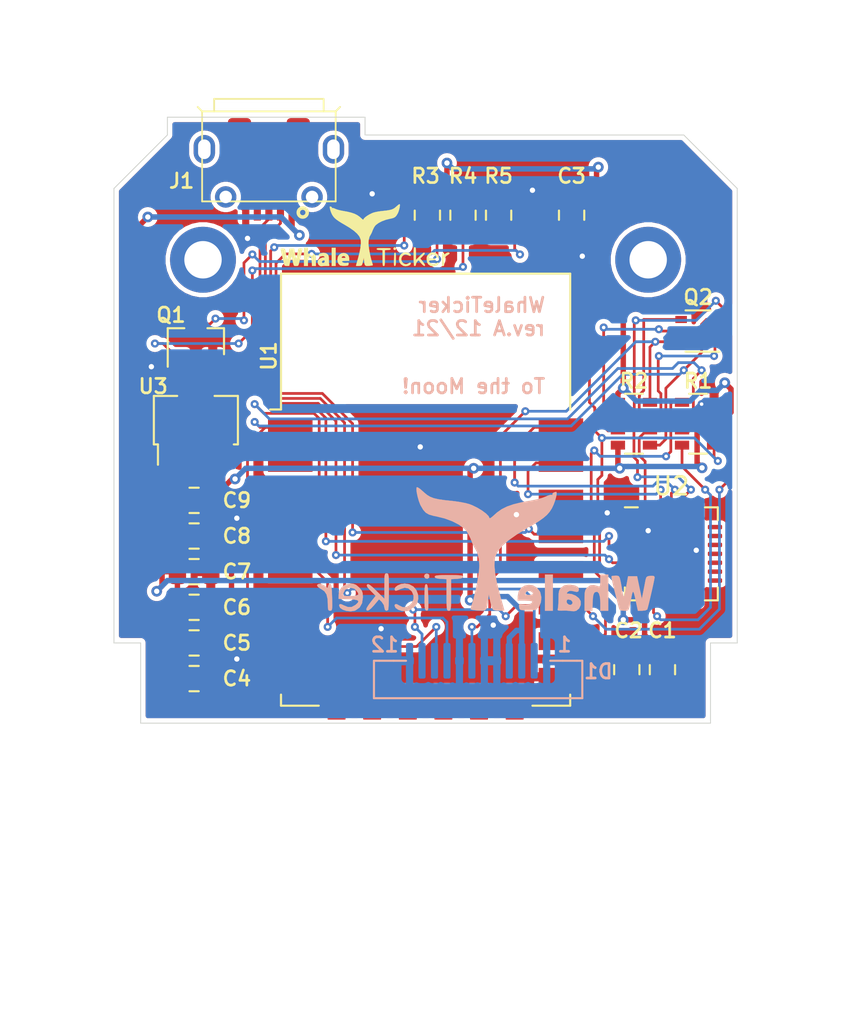
<source format=kicad_pcb>
(kicad_pcb (version 20171130) (host pcbnew "(5.1.9-0-10_14)")
  (layers (0 F.Cu signal) (31 B.Cu signal) (34 B.Paste user) (35 F.Paste user) (36 B.SilkS user) (37 F.SilkS user) (38 B.Mask user) (39 F.Mask user) (44 Edge.Cuts user))
  (net 0 "")
  (net 1 GND)
  (net 2 /VDD)
  (net 3 VBUS)
  (net 4 /~Reset)
  (net 5 +3V3)
  (net 6 /~TFT_RES)
  (net 7 /TFT_SDA)
  (net 8 /TFT_SCL)
  (net 9 /GPIO0)
  (net 10 /LEDK)
  (net 11 /D-)
  (net 12 /D+)
  (net 13 /RTS)
  (net 14 /DTR)
  (net 15 "Net-(R1-Pad5)")
  (net 16 "Net-(R1-Pad6)")
  (net 17 /TFT_BL)
  (net 18 /TxD)
  (net 19 "Net-(Q1-Pad3)")
  (net 20 "Net-(Q1-Pad1)")
  (net 21 "Net-(Q2-Pad2)")
  (net 22 "Net-(Q2-Pad5)")
  (net 23 /RxD)
  (net 24 "Net-(R1-Pad8)")
  (module Logo:LogoSmall (layer F.Cu) (at 159.1 61.6)
    (fp_text reference G*** hide)
    (fp_text value LOGO hide)
  )
  (module Logo:Logo (layer B.Cu) (at 165.9 79.2 180)
    (fp_text reference G*** hide)
    (fp_text value LOGO hide)
  )
  (module Package_DFN_QFN:QFN-28-1EP_5x5mm_P0.5mm_EP3.35x3.35mm (layer F.Cu) (at 176.3 79.5)
    (fp_text reference U2 (at 0 -3.8) (layer F.SilkS))
    (fp_text value CP2102-GMR_NRND)
    (pad 29 smd rect (at 0 0) (size 3.35 3.35) (layers F.Cu F.Mask) (net 1 GND))
    (pad 28 smd roundrect (at -1.5 -2.45) (size 0.25 0.8) (layers F.Cu F.Paste F.Mask) (net 14 /DTR))
    (pad 27 smd roundrect (at -1 -2.45) (size 0.25 0.8) (layers F.Cu F.Paste F.Mask))
    (pad 26 smd roundrect (at -0.5 -2.45) (size 0.25 0.8) (layers F.Cu F.Paste F.Mask) (net 18 /TxD))
    (pad 25 smd roundrect (at 0 -2.45) (size 0.25 0.8) (layers F.Cu F.Paste F.Mask) (net 23 /RxD))
    (pad 24 smd roundrect (at 0.5 -2.45) (size 0.25 0.8) (layers F.Cu F.Paste F.Mask) (net 13 /RTS))
    (pad 23 smd roundrect (at 1 -2.45) (size 0.25 0.8) (layers F.Cu F.Paste F.Mask))
    (pad 22 smd roundrect (at 1.5 -2.45) (size 0.25 0.8) (layers F.Cu F.Paste F.Mask))
    (pad 21 smd roundrect (at 2.45 -1.5) (size 0.8 0.25) (layers F.Cu F.Paste F.Mask))
    (pad 20 smd roundrect (at 2.45 -1) (size 0.8 0.25) (layers F.Cu F.Paste F.Mask))
    (pad 19 smd roundrect (at 2.45 -0.5) (size 0.8 0.25) (layers F.Cu F.Paste F.Mask))
    (pad 18 smd roundrect (at 2.45 0) (size 0.8 0.25) (layers F.Cu F.Paste F.Mask))
    (pad 17 smd roundrect (at 2.45 0.5) (size 0.8 0.25) (layers F.Cu F.Paste F.Mask))
    (pad 16 smd roundrect (at 2.45 1) (size 0.8 0.25) (layers F.Cu F.Paste F.Mask))
    (pad 15 smd roundrect (at 2.45 1.5) (size 0.8 0.25) (layers F.Cu F.Paste F.Mask))
    (pad 14 smd roundrect (at 1.5 2.45) (size 0.25 0.8) (layers F.Cu F.Paste F.Mask))
    (pad 13 smd roundrect (at 1 2.45) (size 0.25 0.8) (layers F.Cu F.Paste F.Mask))
    (pad 12 smd roundrect (at 0.5 2.45) (size 0.25 0.8) (layers F.Cu F.Paste F.Mask))
    (pad 11 smd roundrect (at 0 2.45) (size 0.25 0.8) (layers F.Cu F.Paste F.Mask))
    (pad 10 smd roundrect (at -0.5 2.45) (size 0.25 0.8) (layers F.Cu F.Paste F.Mask))
    (pad 9 smd roundrect (at -1 2.45) (size 0.25 0.8) (layers F.Cu F.Paste F.Mask) (net 24 "Net-(R1-Pad8)"))
    (pad 8 smd roundrect (at -1.5 2.45) (size 0.25 0.8) (layers F.Cu F.Paste F.Mask) (net 3 VBUS))
    (pad 7 smd roundrect (at -2.45 1.5) (size 0.8 0.25) (layers F.Cu F.Paste F.Mask) (net 3 VBUS))
    (pad 6 smd roundrect (at -2.45 1) (size 0.8 0.25) (layers F.Cu F.Paste F.Mask) (net 2 /VDD))
    (pad 5 smd roundrect (at -2.45 0.5) (size 0.8 0.25) (layers F.Cu F.Paste F.Mask) (net 11 /D-))
    (pad 4 smd roundrect (at -2.45 0) (size 0.8 0.25) (layers F.Cu F.Paste F.Mask) (net 12 /D+))
    (pad 3 smd roundrect (at -2.45 -0.5) (size 0.8 0.25) (layers F.Cu F.Paste F.Mask) (net 1 GND))
    (pad 2 smd roundrect (at -2.45 -1) (size 0.8 0.25) (layers F.Cu F.Paste F.Mask))
    (pad 1 smd roundrect (at -2.45 -1.5) (size 0.8 0.25) (layers F.Cu F.Paste F.Mask))
  )
  (module Package_TO_SOT_SMD:SOT-363_SC-70-6 (layer F.Cu) (at 177.8 67 180)
    (fp_text reference Q2 (at 0 1.9) (layer F.SilkS) (effects (font (size 0.8128 0.8128) (thickness 0.1524))))
    (fp_text value PMBT2222AYS)
    (pad 6 smd rect (at 0.95 -0.65 180) (size 0.65 0.4) (layers F.Cu F.Paste F.Mask) (net 9 /GPIO0))
    (pad 4 smd rect (at 0.95 0.65 180) (size 0.65 0.4) (layers F.Cu F.Paste F.Mask) (net 13 /RTS))
    (pad 2 smd rect (at -0.95 0 180) (size 0.65 0.4) (layers F.Cu F.Paste F.Mask) (net 21 "Net-(Q2-Pad2)"))
    (pad 5 smd rect (at 0.95 0 180) (size 0.65 0.4) (layers F.Cu F.Paste F.Mask) (net 22 "Net-(Q2-Pad5)"))
    (pad 3 smd rect (at -0.95 0.65 180) (size 0.65 0.4) (layers F.Cu F.Paste F.Mask) (net 4 /~Reset))
    (pad 1 smd rect (at -0.95 -0.65 180) (size 0.65 0.4) (layers F.Cu F.Paste F.Mask) (net 14 /DTR))
  )
  (module barn53-kicad:ESP-12E (layer F.Cu) (at 162.5 75.9)
    (fp_text reference U1 (at -8.8 -7.5 270) (layer F.SilkS) (effects (font (size 0.8128 0.8128) (thickness 0.1524))))
    (fp_text value ESP-12E)
    (pad 22 smd rect (at 7.6 -3.5) (size 2.5 1) (layers F.Cu F.Paste F.Mask) (net 23 /RxD))
    (pad 21 smd rect (at 7.6 -1.5) (size 2.5 1) (layers F.Cu F.Paste F.Mask) (net 18 /TxD))
    (pad 20 smd rect (at 7.6 0.5) (size 2.5 1) (layers F.Cu F.Paste F.Mask))
    (pad 19 smd rect (at 7.6 2.5) (size 2.5 1) (layers F.Cu F.Paste F.Mask) (net 17 /TFT_BL))
    (pad 18 smd rect (at 7.6 4.5) (size 2.5 1) (layers F.Cu F.Paste F.Mask) (net 9 /GPIO0))
    (pad 17 smd rect (at 7.6 6.5) (size 2.5 1) (layers F.Cu F.Paste F.Mask) (net 6 /~TFT_RES))
    (pad 16 smd rect (at 7.6 8.5) (size 2.5 1) (layers F.Cu F.Paste F.Mask) (net 15 "Net-(R1-Pad5)"))
    (pad 15 smd rect (at 7.6 10.5) (size 2.5 1) (layers F.Cu F.Paste F.Mask) (net 1 GND))
    (pad 14 smd rect (at 5 12) (size 1 1.8) (layers F.Cu F.Paste F.Mask))
    (pad 13 smd rect (at 3 12) (size 1 1.8) (layers F.Cu F.Paste F.Mask))
    (pad 12 smd rect (at 1 12) (size 1 1.8) (layers F.Cu F.Paste F.Mask))
    (pad 11 smd rect (at -1 12) (size 1 1.8) (layers F.Cu F.Paste F.Mask))
    (pad 10 smd rect (at -3 12) (size 1 1.8) (layers F.Cu F.Paste F.Mask))
    (pad 9 smd rect (at -5 12) (size 1 1.8) (layers F.Cu F.Paste F.Mask))
    (pad 8 smd rect (at -7.6 10.5) (size 2.5 1) (layers F.Cu F.Paste F.Mask) (net 5 +3V3))
    (pad 7 smd rect (at -7.6 8.5) (size 2.5 1) (layers F.Cu F.Paste F.Mask) (net 7 /TFT_SDA))
    (pad 6 smd rect (at -7.6 6.5) (size 2.5 1) (layers F.Cu F.Paste F.Mask))
    (pad 5 smd rect (at -7.6 4.5) (size 2.5 1) (layers F.Cu F.Paste F.Mask) (net 8 /TFT_SCL))
    (pad 4 smd rect (at -7.6 2.5) (size 2.5 1) (layers F.Cu F.Paste F.Mask))
    (pad 3 smd rect (at -7.6 0.5) (size 2.5 1) (layers F.Cu F.Paste F.Mask) (net 16 "Net-(R1-Pad6)"))
    (pad 2 smd rect (at -7.6 -1.5) (size 2.5 1) (layers F.Cu F.Paste F.Mask))
    (pad 1 smd rect (at -7.6 -3.5) (size 2.5 1) (layers F.Cu F.Paste F.Mask) (net 4 /~Reset))
  )
  (module hole (layer F.Cu) (at 175 63)
    (fp_text reference REF** hide)
    (fp_text value hole hide)
    (pad "" thru_hole circle (at 0 0) (size 3.7 3.7) (drill 2.1) (layers *.Cu *.Mask))
  )
  (module hole (layer F.Cu) (at 150 63)
    (fp_text reference REF** hide)
    (fp_text value hole hide)
    (pad "" thru_hole circle (at 0 0) (size 3.7 3.7) (drill 2.1) (layers *.Cu *.Mask))
  )
  (module barn53-kicad:IPSDisplay_240x240_FPC_80deg (layer F.Cu) (at 162.5 85.5)
    (fp_text reference D1 (at 9.7 0.6) (layer B.SilkS) (effects (font (size 0.8128 0.8128) (thickness 0.1524)) (justify mirror)))
    (fp_text value IPSDisplay_240x240)
    (fp_text user 12 (at -2.3 -0.9) (layer B.SilkS) (effects (font (size 0.8128 0.8128) (thickness 0.1524)) (justify mirror)))
    (fp_text user 1 (at 7.8 -0.9) (layer B.SilkS) (effects (font (size 0.8128 0.8128) (thickness 0.1524)) (justify mirror)))
    (pad 12 smd roundrect (at -0.9 0) (size 0.4 2) (layers B.Cu B.Paste B.Mask) (net 1 GND))
    (pad 11 smd roundrect (at -0.2 0) (size 0.4 2) (layers B.Cu B.Paste B.Mask) (net 6 /~TFT_RES))
    (pad 10 smd roundrect (at 0.5 0) (size 0.4 2) (layers B.Cu B.Paste B.Mask) (net 7 /TFT_SDA))
    (pad 9 smd roundrect (at 1.2 0) (size 0.4 2) (layers B.Cu B.Paste B.Mask) (net 8 /TFT_SCL))
    (pad 8 smd roundrect (at 1.9 0) (size 0.4 2) (layers B.Cu B.Paste B.Mask) (net 1 GND))
    (pad 7 smd roundrect (at 2.6 0) (size 0.4 2) (layers B.Cu B.Paste B.Mask) (net 9 /GPIO0))
    (pad 6 smd roundrect (at 3.3 0) (size 0.4 2) (layers B.Cu B.Paste B.Mask) (net 1 GND))
    (pad 5 smd roundrect (at 4 0) (size 0.4 2) (layers B.Cu B.Paste B.Mask) (net 1 GND))
    (pad 4 smd roundrect (at 4.7 0) (size 0.4 2) (layers B.Cu B.Paste B.Mask) (net 5 +3V3))
    (pad 3 smd roundrect (at 5.4 0) (size 0.4 2) (layers B.Cu B.Paste B.Mask) (net 5 +3V3))
    (pad 2 smd roundrect (at 6.1 0) (size 0.4 2) (layers B.Cu B.Paste B.Mask) (net 10 /LEDK))
    (pad 1 smd roundrect (at 6.8 0) (size 0.4 2) (layers B.Cu B.Paste B.Mask) (net 1 GND))
  )
  (module Package_TO_SOT_SMD:SOT-89-3 (layer F.Cu) (at 149.6 72.3 90)
    (fp_text reference U3 (at 2.2 -2.4) (layer F.SilkS) (effects (font (size 0.8128 0.8128) (thickness 0.1524))))
    (fp_text value BL8565)
    (pad 2 smd custom (at -1.5625 0 90) (size 1.475 0.9) (layers F.Cu F.Paste F.Mask) (net 3 VBUS) (options (clearance outline) (anchor rect)) (primitives (gr_poly (pts (xy 0.7375 -0.8665) (xy 3.8625 -0.8665) (xy 3.8625 0.8665) (xy 0.7375 0.8665)) (width 0))))
    (pad 3 smd rect (at -1.65 1.5 90) (size 1.3 0.9) (layers F.Cu F.Paste F.Mask) (net 5 +3V3))
    (pad 1 smd rect (at -1.65 -1.5 90) (size 1.3 0.9) (layers F.Cu F.Paste F.Mask) (net 1 GND))
  )
  (module Package_TO_SOT_SMD:SOT-23 (layer F.Cu) (at 149.6 67.6 90)
    (fp_text reference Q1 (at 1.5 -1.4 180) (layer F.SilkS) (effects (font (size 0.8128 0.8128) (thickness 0.1524))))
    (fp_text value S8050_J3Y)
    (pad 3 smd rect (at 1 0 90) (size 0.9 0.8) (layers F.Cu F.Paste F.Mask) (net 19 "Net-(Q1-Pad3)"))
    (pad 2 smd rect (at -1 0.95 90) (size 0.9 0.8) (layers F.Cu F.Paste F.Mask) (net 1 GND))
    (pad 1 smd rect (at -1 -0.95 90) (size 0.9 0.8) (layers F.Cu F.Paste F.Mask) (net 20 "Net-(Q1-Pad1)"))
  )
  (module Resistor_SMD:R_0805_2012Metric (layer F.Cu) (at 166.6 60.5 90)
    (fp_text reference R5 (at 2.2 0 180) (layer F.SilkS) (effects (font (size 0.8128 0.8128) (thickness 0.1524))))
    (fp_text value 1k)
    (pad 2 smd roundrect (at 0.9375 0 90) (size 0.975 1.4) (layers F.Cu F.Paste F.Mask) (net 17 /TFT_BL))
    (pad 1 smd roundrect (at -0.9375 0 90) (size 0.975 1.4) (layers F.Cu F.Paste F.Mask) (net 20 "Net-(Q1-Pad1)"))
  )
  (module Resistor_SMD:R_0805_2012Metric (layer F.Cu) (at 164.6 60.5 90)
    (fp_text reference R4 (at 2.2 0 180) (layer F.SilkS) (effects (font (size 0.8128 0.8128) (thickness 0.1524))))
    (fp_text value 10k)
    (pad 2 smd roundrect (at 0.9375 0 90) (size 0.975 1.4) (layers F.Cu F.Paste F.Mask) (net 5 +3V3))
    (pad 1 smd roundrect (at -0.9375 0 90) (size 0.975 1.4) (layers F.Cu F.Paste F.Mask) (net 20 "Net-(Q1-Pad1)"))
  )
  (module Resistor_SMD:R_0805_2012Metric (layer F.Cu) (at 162.6 60.5 270)
    (fp_text reference R3 (at -2.2 0.1 180) (layer F.SilkS) (effects (font (size 0.8128 0.8128) (thickness 0.1524))))
    (fp_text value 10)
    (pad 2 smd roundrect (at 0.9375 0 270) (size 0.975 1.4) (layers F.Cu F.Paste F.Mask) (net 19 "Net-(Q1-Pad3)"))
    (pad 1 smd roundrect (at -0.9375 0 270) (size 0.975 1.4) (layers F.Cu F.Paste F.Mask) (net 10 /LEDK))
  )
  (module Resistor_SMD:R_Array_Convex_4x0603 (layer F.Cu) (at 174.2 72.2 180)
    (fp_text reference R2 (at 0 2.4) (layer F.SilkS) (effects (font (size 0.8128 0.8128) (thickness 0.1524))))
    (fp_text value 10k)
    (pad 5 smd rect (at 0.9 1.2 180) (size 0.8 0.5) (layers F.Cu F.Paste F.Mask) (net 5 +3V3))
    (pad 6 smd rect (at 0.9 0.4 180) (size 0.8 0.4) (layers F.Cu F.Paste F.Mask) (net 21 "Net-(Q2-Pad2)"))
    (pad 8 smd rect (at 0.9 -1.2 180) (size 0.8 0.5) (layers F.Cu F.Paste F.Mask) (net 5 +3V3))
    (pad 7 smd rect (at 0.9 -0.4 180) (size 0.8 0.4) (layers F.Cu F.Paste F.Mask) (net 22 "Net-(Q2-Pad5)"))
    (pad 4 smd rect (at -0.9 1.2 180) (size 0.8 0.5) (layers F.Cu F.Paste F.Mask) (net 9 /GPIO0))
    (pad 2 smd rect (at -0.9 -0.4 180) (size 0.8 0.4) (layers F.Cu F.Paste F.Mask) (net 14 /DTR))
    (pad 3 smd rect (at -0.9 0.4 180) (size 0.8 0.4) (layers F.Cu F.Paste F.Mask) (net 13 /RTS))
    (pad 1 smd rect (at -0.9 -1.2 180) (size 0.8 0.5) (layers F.Cu F.Paste F.Mask) (net 4 /~Reset))
  )
  (module Resistor_SMD:R_Array_Convex_4x0603 (layer F.Cu) (at 177.8 72.2 180)
    (fp_text reference R1 (at 0 2.4 180) (layer F.SilkS) (effects (font (size 0.8128 0.8128) (thickness 0.1524))))
    (fp_text value 10k)
    (pad 5 smd rect (at 0.9 1.2 180) (size 0.8 0.5) (layers F.Cu F.Paste F.Mask) (net 15 "Net-(R1-Pad5)"))
    (pad 6 smd rect (at 0.9 0.4 180) (size 0.8 0.4) (layers F.Cu F.Paste F.Mask) (net 16 "Net-(R1-Pad6)"))
    (pad 8 smd rect (at 0.9 -1.2 180) (size 0.8 0.5) (layers F.Cu F.Paste F.Mask) (net 24 "Net-(R1-Pad8)"))
    (pad 7 smd rect (at 0.9 -0.4 180) (size 0.8 0.4) (layers F.Cu F.Paste F.Mask) (net 5 +3V3))
    (pad 4 smd rect (at -0.9 1.2 180) (size 0.8 0.5) (layers F.Cu F.Paste F.Mask) (net 1 GND))
    (pad 2 smd rect (at -0.9 -0.4 180) (size 0.8 0.4) (layers F.Cu F.Paste F.Mask) (net 6 /~TFT_RES))
    (pad 3 smd rect (at -0.9 0.4 180) (size 0.8 0.4) (layers F.Cu F.Paste F.Mask) (net 5 +3V3))
    (pad 1 smd rect (at -0.9 -1.2 180) (size 0.8 0.5) (layers F.Cu F.Paste F.Mask) (net 2 /VDD))
  )
  (module barn53-kicad:MicroUSB_through_hole_fixing (layer F.Cu) (at 153.7 60 180)
    (fp_text reference J1 (at 4.9 1.425 180) (layer F.SilkS) (effects (font (size 0.8128 0.8128) (thickness 0.1524))))
    (fp_text value USB_B_Micro)
    (pad "" thru_hole oval (at 3.625 3.2) (size 1.2 1.6) (drill oval 0.7 1.1) (layers *.Cu *.Mask))
    (pad "" thru_hole oval (at -3.625 3.2) (size 1.2 1.6) (drill oval 0.7 1.1) (layers *.Cu *.Mask))
    (pad "" thru_hole circle (at 2.425 0.525) (size 1.2 1.2) (drill 0.7) (layers *.Cu *.Mask))
    (pad "" thru_hole circle (at -2.425 0.525) (size 1.2 1.2) (drill 0.7) (layers *.Cu *.Mask))
    (pad 5 smd rect (at 1.3 0 180) (size 0.4 1.6) (layers F.Cu F.Paste F.Mask) (net 1 GND))
    (pad 4 smd rect (at 0.65 0 180) (size 0.4 1.6) (layers F.Cu F.Paste F.Mask))
    (pad 3 smd rect (at 0 0 180) (size 0.4 1.6) (layers F.Cu F.Paste F.Mask) (net 12 /D+))
    (pad 2 smd rect (at -0.65 0 180) (size 0.4 1.6) (layers F.Cu F.Paste F.Mask) (net 11 /D-))
    (pad 1 smd rect (at -1.3 0 180) (size 0.4 1.6) (layers F.Cu F.Paste F.Mask) (net 3 VBUS))
    (pad 6 smd roundrect (at -1.65 4.5 180) (size 1.3 0.9) (layers F.Cu F.Paste F.Mask) (net 1 GND))
    (pad 6 smd roundrect (at 1.65 4.5 180) (size 1.3 0.9) (layers F.Cu F.Paste F.Mask) (net 1 GND))
  )
  (module Capacitor_SMD:C_0805_2012Metric (layer F.Cu) (at 149.5 76.5 180)
    (fp_text reference C9 (at -2.4 0) (layer F.SilkS) (effects (font (size 0.8128 0.8128) (thickness 0.1524))))
    (fp_text value 4.7u)
    (pad 2 smd roundrect (at 0.9375 0 180) (size 0.975 1.4) (layers F.Cu F.Paste F.Mask) (net 1 GND))
    (pad 1 smd roundrect (at -0.9375 0 180) (size 0.975 1.4) (layers F.Cu F.Paste F.Mask) (net 5 +3V3))
  )
  (module Capacitor_SMD:C_0805_2012Metric (layer F.Cu) (at 149.5 78.5 180)
    (fp_text reference C8 (at -2.4 0) (layer F.SilkS) (effects (font (size 0.8128 0.8128) (thickness 0.1524))))
    (fp_text value 100n)
    (pad 2 smd roundrect (at 0.9375 0 180) (size 0.975 1.4) (layers F.Cu F.Paste F.Mask) (net 1 GND))
    (pad 1 smd roundrect (at -0.9375 0 180) (size 0.975 1.4) (layers F.Cu F.Paste F.Mask) (net 5 +3V3))
  )
  (module Capacitor_SMD:C_0805_2012Metric (layer F.Cu) (at 149.5 80.5)
    (fp_text reference C7 (at 2.4 0) (layer F.SilkS) (effects (font (size 0.8128 0.8128) (thickness 0.1524))))
    (fp_text value 100n)
    (pad 2 smd roundrect (at 0.9375 0) (size 0.975 1.4) (layers F.Cu F.Paste F.Mask) (net 1 GND))
    (pad 1 smd roundrect (at -0.9375 0) (size 0.975 1.4) (layers F.Cu F.Paste F.Mask) (net 3 VBUS))
  )
  (module Capacitor_SMD:C_0805_2012Metric (layer F.Cu) (at 149.5 82.5)
    (fp_text reference C6 (at 2.4 0) (layer F.SilkS) (effects (font (size 0.8128 0.8128) (thickness 0.1524))))
    (fp_text value 1u)
    (pad 2 smd roundrect (at 0.9375 0) (size 0.975 1.4) (layers F.Cu F.Paste F.Mask) (net 1 GND))
    (pad 1 smd roundrect (at -0.9375 0) (size 0.975 1.4) (layers F.Cu F.Paste F.Mask) (net 3 VBUS))
  )
  (module Capacitor_SMD:C_0805_2012Metric (layer F.Cu) (at 149.5 84.5 180)
    (fp_text reference C5 (at -2.4 0) (layer F.SilkS) (effects (font (size 0.8128 0.8128) (thickness 0.1524))))
    (fp_text value 100n)
    (pad 2 smd roundrect (at 0.9375 0 180) (size 0.975 1.4) (layers F.Cu F.Paste F.Mask) (net 1 GND))
    (pad 1 smd roundrect (at -0.9375 0 180) (size 0.975 1.4) (layers F.Cu F.Paste F.Mask) (net 5 +3V3))
  )
  (module Capacitor_SMD:C_0805_2012Metric (layer F.Cu) (at 149.5 86.5 180)
    (fp_text reference C4 (at -2.4 0) (layer F.SilkS) (effects (font (size 0.8128 0.8128) (thickness 0.1524))))
    (fp_text value 100n)
    (pad 2 smd roundrect (at 0.9375 0 180) (size 0.975 1.4) (layers F.Cu F.Paste F.Mask) (net 1 GND))
    (pad 1 smd roundrect (at -0.9375 0 180) (size 0.975 1.4) (layers F.Cu F.Paste F.Mask) (net 4 /~Reset))
  )
  (module Capacitor_SMD:C_0805_2012Metric (layer F.Cu) (at 170.7 60.5 270)
    (fp_text reference C3 (at -2.2 0) (layer F.SilkS) (effects (font (size 0.8128 0.8128) (thickness 0.1524))))
    (fp_text value 100n)
    (pad 1 smd roundrect (at -0.9375 0 270) (size 0.975 1.4) (layers F.Cu F.Paste F.Mask) (net 2 /VDD))
    (pad 2 smd roundrect (at 0.9375 0 270) (size 0.975 1.4) (layers F.Cu F.Paste F.Mask) (net 1 GND))
  )
  (module Capacitor_SMD:C_0805_2012Metric (layer F.Cu) (at 173.8 86 270)
    (fp_text reference C2 (at -2.2 -0.1) (layer F.SilkS) (effects (font (size 0.8128 0.8128) (thickness 0.1524))))
    (fp_text value 4.7u)
    (pad 2 smd roundrect (at 0.9375 0 270) (size 0.975 1.4) (layers F.Cu F.Paste F.Mask) (net 1 GND))
    (pad 1 smd roundrect (at -0.9375 0 270) (size 0.975 1.4) (layers F.Cu F.Paste F.Mask) (net 3 VBUS))
  )
  (module Capacitor_SMD:C_0805_2012Metric (layer F.Cu) (at 175.8 86 270)
    (fp_text reference C1 (at -2.2 0) (layer F.SilkS) (effects (font (size 0.8128 0.8128) (thickness 0.1524))))
    (fp_text value 100n)
    (pad 2 smd roundrect (at 0.9375 0 270) (size 0.975 1.4) (layers F.Cu F.Paste F.Mask) (net 1 GND))
    (pad 1 smd roundrect (at -0.9375 0 270) (size 0.975 1.4) (layers F.Cu F.Paste F.Mask) (net 3 VBUS))
  )
  (gr_line (start 148 56) (end 145 59) (layer Edge.Cuts) (width 0.05))
  (gr_line (start 177 56) (end 180 59) (layer Edge.Cuts) (width 0.05))
  (gr_text "WhaleTicker\nrev.A 12/21" (at 169.3 66.2) (layer B.SilkS) (effects (font (size 0.8128 0.8128) (thickness 0.1524)) (justify left mirror)))
  (gr_text "To the Moon!" (at 169.3 70.1) (layer B.SilkS) (effects (font (size 0.8128 0.8128) (thickness 0.1524)) (justify left mirror)))
  (gr_line (start 148 56) (end 148 55) (layer Edge.Cuts) (width 0.05))
  (gr_line (start 159.1 56) (end 159.1 55) (layer Edge.Cuts) (width 0.05))
  (gr_line (start 177 56) (end 159.1 56) (layer Edge.Cuts) (width 0.05))
  (gr_line (start 178.5 84.5) (end 178.5 89) (layer Edge.Cuts) (width 0.05))
  (gr_line (start 180 84.5) (end 178.5 84.5) (layer Edge.Cuts) (width 0.05))
  (gr_line (start 146.5 84.5) (end 146.5 89) (layer Edge.Cuts) (width 0.05))
  (gr_line (start 145 84.5) (end 146.5 84.5) (layer Edge.Cuts) (width 0.05))
  (gr_line (start 145 84.5) (end 145 59) (layer Edge.Cuts) (width 0.05))
  (gr_line (start 178.5 89) (end 146.5 89) (layer Edge.Cuts) (width 0.05))
  (gr_line (start 180 59) (end 180 84.5) (layer Edge.Cuts) (width 0.05))
  (gr_line (start 148 55) (end 159.1 55) (layer Edge.Cuts) (width 0.05))
  (via (at 178 71.1) (size 0.45) (drill 0.2) (layers F.Cu B.Cu) (net 1))
  (segment (start 178.6 71.1) (end 178.7 71) (width 0.3048) (layer F.Cu) (net 1))
  (segment (start 178 71.1) (end 178.6 71.1) (width 0.3048) (layer F.Cu) (net 1))
  (via (at 168.5 59.1) (size 0.6) (drill 0.3) (layers F.Cu B.Cu) (net 1))
  (via (at 147.1 69) (size 0.6) (drill 0.3) (layers F.Cu B.Cu) (net 1))
  (via (at 159.5 59.3) (size 0.6) (drill 0.3) (layers F.Cu B.Cu) (net 1))
  (via (at 162.2 73.5) (size 0.6) (drill 0.3) (layers F.Cu B.Cu) (net 1))
  (via (at 160 83.7) (size 0.6) (drill 0.3) (layers F.Cu B.Cu) (net 1))
  (via (at 151.9 77.5) (size 0.6) (drill 0.3) (layers F.Cu B.Cu) (net 1))
  (via (at 151.9 85.4) (size 0.6) (drill 0.3) (layers F.Cu B.Cu) (net 1))
  (via (at 166.3 83.5) (size 0.6) (drill 0.3) (layers F.Cu B.Cu) (net 1))
  (via (at 171.3 62.8) (size 0.6) (drill 0.3) (layers F.Cu B.Cu) (net 1))
  (via (at 175 78.2) (size 0.6) (drill 0.3) (layers F.Cu B.Cu) (net 1))
  (segment (start 175.8 79) (end 176.3 79.5) (width 0.3048) (layer F.Cu) (net 1))
  (segment (start 173.85 79) (end 175.8 79) (width 0.3048) (layer F.Cu) (net 1))
  (via (at 177.7 79.3) (size 0.6) (drill 0.3) (layers F.Cu B.Cu) (net 1))
  (via (at 167.6 77.3) (size 0.6) (drill 0.3) (layers F.Cu B.Cu) (net 1))
  (via (at 172.7 77.2) (size 0.6) (drill 0.3) (layers F.Cu B.Cu) (net 1))
  (via (at 152.5 61.8) (size 0.6) (drill 0.3) (layers F.Cu B.Cu) (net 1))
  (via (at 172.4 73) (size 0.45) (drill 0.2) (layers F.Cu B.Cu) (net 2))
  (segment (start 177.6 73) (end 178.9 74.3) (width 0.1524) (layer B.Cu) (net 2))
  (segment (start 172.4 73) (end 177.6 73) (width 0.1524) (layer B.Cu) (net 2))
  (via (at 178.912039 74.288417) (size 0.45) (drill 0.2) (layers F.Cu B.Cu) (net 2))
  (segment (start 178.7 74.076378) (end 178.912039 74.288417) (width 0.1524) (layer F.Cu) (net 2))
  (segment (start 178.7 73.4) (end 178.7 74.076378) (width 0.1524) (layer F.Cu) (net 2))
  (segment (start 172 71.3) (end 171.99064 71.3) (width 0.1524) (layer F.Cu) (net 2))
  (segment (start 172 72.6) (end 172.4 73) (width 0.1524) (layer F.Cu) (net 2))
  (segment (start 171.99064 71.3) (end 172 71.30936) (width 0.1524) (layer F.Cu) (net 2))
  (segment (start 170 63.3) (end 171.1 63.3) (width 0.1524) (layer F.Cu) (net 2))
  (segment (start 171.7 71) (end 172 71.3) (width 0.1524) (layer F.Cu) (net 2))
  (segment (start 169.5 62.8) (end 170 63.3) (width 0.1524) (layer F.Cu) (net 2))
  (segment (start 171.7 63.9) (end 171.7 71) (width 0.1524) (layer F.Cu) (net 2))
  (segment (start 171.1 63.3) (end 171.7 63.9) (width 0.1524) (layer F.Cu) (net 2))
  (segment (start 169.5 60.7625) (end 169.5 62.8) (width 0.1524) (layer F.Cu) (net 2))
  (segment (start 172 71.30936) (end 172 72.6) (width 0.1524) (layer F.Cu) (net 2))
  (segment (start 170.7 59.5625) (end 169.5 60.7625) (width 0.1524) (layer F.Cu) (net 2))
  (segment (start 172.6 80.5) (end 173.85 80.5) (width 0.1524) (layer F.Cu) (net 2))
  (segment (start 172.271798 80.171798) (end 172.6 80.5) (width 0.1524) (layer F.Cu) (net 2))
  (segment (start 172.271798 77.696093) (end 172.271798 80.171798) (width 0.1524) (layer F.Cu) (net 2))
  (segment (start 172.4 75.1) (end 172.171399 75.328601) (width 0.1524) (layer F.Cu) (net 2))
  (segment (start 172.171399 77.595694) (end 172.271798 77.696093) (width 0.1524) (layer F.Cu) (net 2))
  (segment (start 172.171399 75.328601) (end 172.171399 77.595694) (width 0.1524) (layer F.Cu) (net 2))
  (segment (start 172.4 73) (end 172.4 75.1) (width 0.1524) (layer F.Cu) (net 2))
  (segment (start 148.5625 80.5) (end 148.5625 82.5) (width 0.3048) (layer F.Cu) (net 3))
  (via (at 146.9 60.6) (size 0.6) (drill 0.3) (layers F.Cu B.Cu) (net 3))
  (segment (start 147.7 80.5) (end 148.5625 80.5) (width 0.3048) (layer F.Cu) (net 3))
  (segment (start 146.7 79.5) (end 147.7 80.5) (width 0.3048) (layer F.Cu) (net 3))
  (segment (start 146.7 73.3) (end 146.7 79.5) (width 0.3048) (layer F.Cu) (net 3))
  (segment (start 147.1 72.9) (end 146.7 73.3) (width 0.3048) (layer F.Cu) (net 3))
  (segment (start 148.6375 72.9) (end 147.1 72.9) (width 0.3048) (layer F.Cu) (net 3))
  (segment (start 149.6 73.8625) (end 148.6375 72.9) (width 0.3048) (layer F.Cu) (net 3))
  (segment (start 146.495199 61.004801) (end 146.9 60.6) (width 0.3048) (layer F.Cu) (net 3))
  (segment (start 146.495199 71.695199) (end 146.495199 61.004801) (width 0.3048) (layer F.Cu) (net 3))
  (segment (start 146.5 71.7) (end 146.495199 71.695199) (width 0.3048) (layer F.Cu) (net 3))
  (segment (start 146.5 72.3) (end 146.5 71.7) (width 0.3048) (layer F.Cu) (net 3))
  (segment (start 147.1 72.9) (end 146.5 72.3) (width 0.3048) (layer F.Cu) (net 3))
  (segment (start 173.85 81) (end 174.8 81.95) (width 0.3048) (layer F.Cu) (net 3))
  (segment (start 175.8 85.0625) (end 173.8 85.0625) (width 0.3048) (layer F.Cu) (net 3))
  (segment (start 174.8 84.0625) (end 174.8 83.375144) (width 0.3048) (layer F.Cu) (net 3))
  (segment (start 175.8 85.0625) (end 174.8 84.0625) (width 0.3048) (layer F.Cu) (net 3))
  (via (at 147.4 81.6) (size 0.6) (drill 0.3) (layers F.Cu B.Cu) (net 3))
  (segment (start 147.7 81.3) (end 147.4 81.6) (width 0.3048) (layer F.Cu) (net 3))
  (segment (start 147.7 80.5) (end 147.7 81.3) (width 0.3048) (layer F.Cu) (net 3))
  (via (at 173.6 83.199996) (size 0.6) (drill 0.3) (layers F.Cu B.Cu) (net 3))
  (segment (start 147.4 81.6) (end 148 81) (width 0.3048) (layer B.Cu) (net 3))
  (segment (start 172.4 81) (end 173.6 82.2) (width 0.3048) (layer B.Cu) (net 3))
  (segment (start 148 81) (end 172.4 81) (width 0.3048) (layer B.Cu) (net 3))
  (segment (start 173.6 82.2) (end 173.6 83.199996) (width 0.3048) (layer B.Cu) (net 3))
  (segment (start 174.699996 83.199996) (end 174.8 83.3) (width 0.3048) (layer F.Cu) (net 3))
  (segment (start 173.6 83.199996) (end 174.699996 83.199996) (width 0.3048) (layer F.Cu) (net 3))
  (segment (start 174.8 83.3) (end 174.8 81.95) (width 0.3048) (layer F.Cu) (net 3))
  (segment (start 174.8 83.375144) (end 174.8 83.3) (width 0.3048) (layer F.Cu) (net 3))
  (via (at 155.413056 61.622714) (size 0.6) (drill 0.3) (layers F.Cu B.Cu) (net 3))
  (segment (start 146.9 60.6) (end 154.390342 60.6) (width 0.3048) (layer B.Cu) (net 3))
  (segment (start 154.390342 60.6) (end 155.413056 61.622714) (width 0.3048) (layer B.Cu) (net 3))
  (segment (start 155 61.209658) (end 155.413056 61.622714) (width 0.3048) (layer F.Cu) (net 3))
  (segment (start 155 60) (end 155 61.209658) (width 0.3048) (layer F.Cu) (net 3))
  (segment (start 175.1 73.4) (end 175.6524 73.4) (width 0.1524) (layer F.Cu) (net 4))
  (segment (start 178.75 66.35) (end 178.2726 66.35) (width 0.1524) (layer F.Cu) (net 4))
  (segment (start 175.991989 70.208011) (end 177 69.2) (width 0.1524) (layer F.Cu) (net 4))
  (segment (start 175.991989 73.060411) (end 175.991989 70.208011) (width 0.1524) (layer F.Cu) (net 4))
  (segment (start 175.6524 73.4) (end 175.991989 73.060411) (width 0.1524) (layer F.Cu) (net 4))
  (via (at 177 69.2) (size 0.45) (drill 0.2) (layers F.Cu B.Cu) (net 4))
  (segment (start 178.2726 66.35) (end 178 66.6226) (width 0.1524) (layer F.Cu) (net 4))
  (segment (start 178 66.6226) (end 178 68.2) (width 0.1524) (layer F.Cu) (net 4))
  (segment (start 178 68.2) (end 177 69.2) (width 0.1524) (layer F.Cu) (net 4))
  (segment (start 152.5 82.47489) (end 152.5 73.3976) (width 0.1524) (layer F.Cu) (net 4))
  (segment (start 152.2 82.77489) (end 152.5 82.47489) (width 0.1524) (layer F.Cu) (net 4))
  (segment (start 152.2 84.125128) (end 152.2 82.77489) (width 0.1524) (layer F.Cu) (net 4))
  (segment (start 153.4976 72.4) (end 154.9 72.4) (width 0.1524) (layer F.Cu) (net 4))
  (segment (start 150.4375 85.887628) (end 152.2 84.125128) (width 0.1524) (layer F.Cu) (net 4))
  (segment (start 152.5 73.3976) (end 153.4976 72.4) (width 0.1524) (layer F.Cu) (net 4))
  (segment (start 150.4375 86.5) (end 150.4375 85.887628) (width 0.1524) (layer F.Cu) (net 4))
  (via (at 152.9 72.100006) (size 0.45) (drill 0.2) (layers F.Cu B.Cu) (net 4))
  (segment (start 154.9 72.4) (end 153.199994 72.4) (width 0.1524) (layer F.Cu) (net 4))
  (segment (start 153.199994 72.4) (end 152.9 72.100006) (width 0.1524) (layer F.Cu) (net 4))
  (segment (start 177 69.2) (end 176.775001 69.424999) (width 0.1524) (layer B.Cu) (net 4))
  (segment (start 176.775001 69.424999) (end 173.575001 69.424999) (width 0.1524) (layer B.Cu) (net 4))
  (segment (start 170.674995 72.325005) (end 153.124999 72.325005) (width 0.1524) (layer B.Cu) (net 4))
  (segment (start 173.575001 69.424999) (end 170.674995 72.325005) (width 0.1524) (layer B.Cu) (net 4))
  (segment (start 153.124999 72.325005) (end 152.9 72.100006) (width 0.1524) (layer B.Cu) (net 4))
  (segment (start 177.1952 72.6) (end 176.9 72.6) (width 0.3048) (layer F.Cu) (net 5))
  (segment (start 178.7 71.8) (end 177.9952 71.8) (width 0.3048) (layer F.Cu) (net 5))
  (segment (start 177.9952 71.8) (end 177.7476 72.0476) (width 0.3048) (layer F.Cu) (net 5))
  (segment (start 177.7476 72.0476) (end 177.1952 72.6) (width 0.3048) (layer F.Cu) (net 5))
  (segment (start 167.9 85.5) (end 167.9 83.8) (width 0.3048) (layer B.Cu) (net 5))
  (segment (start 179.65 71.5548) (end 179.65 70.25001) (width 0.3048) (layer F.Cu) (net 5))
  (segment (start 178.7 71.8) (end 179.4048 71.8) (width 0.3048) (layer F.Cu) (net 5))
  (segment (start 179.4048 71.8) (end 179.65 71.5548) (width 0.3048) (layer F.Cu) (net 5))
  (segment (start 179.65 70.25001) (end 179.300005 69.900015) (width 0.3048) (layer F.Cu) (net 5))
  (via (at 179.300005 69.900015) (size 0.6) (drill 0.3) (layers F.Cu B.Cu) (net 5))
  (via (at 172.2 57.8) (size 0.6) (drill 0.3) (layers F.Cu B.Cu) (net 5))
  (via (at 163.7 57.57139) (size 0.6) (drill 0.3) (layers F.Cu B.Cu) (net 5))
  (segment (start 164.6 59.5625) (end 163.7 58.6625) (width 0.3048) (layer F.Cu) (net 5))
  (segment (start 163.7 58.6625) (end 163.7 57.57139) (width 0.3048) (layer F.Cu) (net 5))
  (segment (start 151.1 75.8375) (end 150.4375 76.5) (width 0.3048) (layer F.Cu) (net 5))
  (segment (start 151.1 73.95) (end 151.1 75.8375) (width 0.3048) (layer F.Cu) (net 5))
  (segment (start 150.4375 76.5) (end 150.4375 78.5) (width 0.3048) (layer F.Cu) (net 5))
  (segment (start 151.6 79.6625) (end 151.6 83.3375) (width 0.3048) (layer F.Cu) (net 5))
  (segment (start 150.4375 78.5) (end 151.6 79.6625) (width 0.3048) (layer F.Cu) (net 5))
  (segment (start 151.6 83.3375) (end 150.4375 84.5) (width 0.3048) (layer F.Cu) (net 5))
  (via (at 173.6 70.2) (size 0.6) (drill 0.3) (layers F.Cu B.Cu) (net 5))
  (segment (start 173.3 71) (end 173.300001 70.499999) (width 0.3048) (layer F.Cu) (net 5))
  (segment (start 173.300001 70.499999) (end 173.6 70.2) (width 0.3048) (layer F.Cu) (net 5))
  (segment (start 179.300005 69.900015) (end 178.870218 70.329802) (width 0.3048) (layer B.Cu) (net 5))
  (segment (start 177.354305 70.927789) (end 174.327789 70.927789) (width 0.3048) (layer B.Cu) (net 5))
  (segment (start 174.327789 70.927789) (end 173.6 70.2) (width 0.3048) (layer B.Cu) (net 5))
  (segment (start 178.870218 70.329802) (end 177.952292 70.329802) (width 0.3048) (layer B.Cu) (net 5))
  (segment (start 177.952292 70.329802) (end 177.354305 70.927789) (width 0.3048) (layer B.Cu) (net 5))
  (segment (start 177.7476 74.400032) (end 178.023784 74.676216) (width 0.3048) (layer F.Cu) (net 5))
  (via (at 178.023784 74.676216) (size 0.6) (drill 0.3) (layers F.Cu B.Cu) (net 5))
  (segment (start 177.7476 72.0476) (end 177.7476 74.400032) (width 0.3048) (layer F.Cu) (net 5))
  (segment (start 178.023784 74.676216) (end 177.947568 74.6) (width 0.3048) (layer B.Cu) (net 5))
  (segment (start 173.87139 74.6) (end 173.499996 74.6) (width 0.3048) (layer B.Cu) (net 5))
  (segment (start 177.947568 74.6) (end 173.87139 74.6) (width 0.3048) (layer B.Cu) (net 5))
  (via (at 173.399996 74.7) (size 0.6) (drill 0.3) (layers F.Cu B.Cu) (net 5))
  (segment (start 173.3 73.4) (end 173.3 74.600004) (width 0.3048) (layer F.Cu) (net 5))
  (segment (start 173.3 74.600004) (end 173.399996 74.7) (width 0.3048) (layer F.Cu) (net 5))
  (segment (start 173.499996 74.6) (end 173.399996 74.7) (width 0.3048) (layer B.Cu) (net 5))
  (segment (start 167.6 83.8) (end 167.9 83.8) (width 0.3048) (layer B.Cu) (net 5))
  (segment (start 167.2 84.2) (end 167.6 83.8) (width 0.3048) (layer B.Cu) (net 5))
  (segment (start 167.2 85.5) (end 167.2 84.2) (width 0.3048) (layer B.Cu) (net 5))
  (segment (start 150.4375 84.5) (end 149.6 85.3375) (width 0.3048) (layer F.Cu) (net 5))
  (segment (start 153.79519 87.50481) (end 154.9 86.4) (width 0.3048) (layer F.Cu) (net 5))
  (segment (start 149.966528 87.50481) (end 153.79519 87.50481) (width 0.3048) (layer F.Cu) (net 5))
  (segment (start 149.6 87.138282) (end 149.966528 87.50481) (width 0.3048) (layer F.Cu) (net 5))
  (segment (start 149.6 85.3375) (end 149.6 87.138282) (width 0.3048) (layer F.Cu) (net 5))
  (via (at 165.2 74.7) (size 0.6) (drill 0.3) (layers F.Cu B.Cu) (net 5))
  (segment (start 165.2 74.7) (end 173.399996 74.7) (width 0.3048) (layer B.Cu) (net 5))
  (segment (start 165 82.1) (end 165 74.9) (width 0.3048) (layer F.Cu) (net 5))
  (segment (start 165.2 81.9) (end 165 82.1) (width 0.3048) (layer B.Cu) (net 5))
  (segment (start 167.1 81.9) (end 165.2 81.9) (width 0.3048) (layer B.Cu) (net 5))
  (segment (start 167.9 82.7) (end 167.1 81.9) (width 0.3048) (layer B.Cu) (net 5))
  (segment (start 167.9 83.8) (end 167.9 82.7) (width 0.3048) (layer B.Cu) (net 5))
  (segment (start 165 74.9) (end 165.2 74.7) (width 0.3048) (layer F.Cu) (net 5))
  (via (at 165 82.1) (size 0.6) (drill 0.3) (layers F.Cu B.Cu) (net 5))
  (segment (start 173.6 66.4) (end 173.6 70.2) (width 0.3048) (layer F.Cu) (net 5))
  (segment (start 172.1 64.9) (end 173.6 66.4) (width 0.3048) (layer F.Cu) (net 5))
  (segment (start 172.1 57.9) (end 172.1 64.9) (width 0.3048) (layer F.Cu) (net 5))
  (segment (start 172.2 57.8) (end 172.1 57.9) (width 0.3048) (layer F.Cu) (net 5))
  (segment (start 164.02861 57.9) (end 163.7 57.57139) (width 0.3048) (layer B.Cu) (net 5))
  (segment (start 172.1 57.9) (end 164.02861 57.9) (width 0.3048) (layer B.Cu) (net 5))
  (segment (start 172.2 57.8) (end 172.1 57.9) (width 0.3048) (layer B.Cu) (net 5))
  (via (at 151.799994 75.3) (size 0.6) (drill 0.3) (layers F.Cu B.Cu) (net 5))
  (segment (start 150.4375 76.5) (end 151.6375 75.3) (width 0.3048) (layer F.Cu) (net 5))
  (segment (start 151.6375 75.3) (end 151.799994 75.3) (width 0.3048) (layer F.Cu) (net 5))
  (segment (start 165.2 74.7) (end 152.399994 74.7) (width 0.3048) (layer B.Cu) (net 5))
  (segment (start 152.399994 74.7) (end 151.799994 75.3) (width 0.3048) (layer B.Cu) (net 5))
  (segment (start 170.1 82.4) (end 168.6976 82.4) (width 0.1524) (layer F.Cu) (net 6))
  (via (at 171.9 83) (size 0.45) (drill 0.2) (layers F.Cu B.Cu) (net 6))
  (segment (start 170.1 82.4) (end 171.3 82.4) (width 0.1524) (layer F.Cu) (net 6))
  (segment (start 171.3 82.4) (end 171.9 83) (width 0.1524) (layer F.Cu) (net 6))
  (via (at 161.899992 83.6) (size 0.45) (drill 0.2) (layers F.Cu B.Cu) (net 6))
  (segment (start 162.3 84.000008) (end 161.899992 83.6) (width 0.1524) (layer B.Cu) (net 6))
  (segment (start 162.3 85.5) (end 162.3 84.000008) (width 0.1524) (layer B.Cu) (net 6))
  (via (at 161.8 82.62981) (size 0.45) (drill 0.2) (layers F.Cu B.Cu) (net 6))
  (segment (start 161.899992 82.729802) (end 161.8 82.62981) (width 0.1524) (layer F.Cu) (net 6))
  (segment (start 161.899992 83.6) (end 161.899992 82.729802) (width 0.1524) (layer F.Cu) (net 6))
  (via (at 167.000006 83) (size 0.45) (drill 0.2) (layers F.Cu B.Cu) (net 6))
  (segment (start 170.1 82.4) (end 167.600006 82.4) (width 0.1524) (layer F.Cu) (net 6))
  (segment (start 167.600006 82.4) (end 167.000006 83) (width 0.1524) (layer F.Cu) (net 6))
  (segment (start 161.8 82.62981) (end 166.629816 82.62981) (width 0.1524) (layer B.Cu) (net 6))
  (segment (start 166.629816 82.62981) (end 167.000006 83) (width 0.1524) (layer B.Cu) (net 6))
  (via (at 179.000002 75.9) (size 0.45) (drill 0.2) (layers F.Cu B.Cu) (net 6))
  (segment (start 178.7 72.6) (end 179.2524 72.6) (width 0.1524) (layer F.Cu) (net 6))
  (segment (start 172.628606 83.728606) (end 177.871394 83.728606) (width 0.1524) (layer B.Cu) (net 6))
  (segment (start 179.524999 75.375003) (end 179.000002 75.9) (width 0.1524) (layer F.Cu) (net 6))
  (segment (start 179.2524 72.6) (end 179.524999 72.872599) (width 0.1524) (layer F.Cu) (net 6))
  (segment (start 179.524999 72.872599) (end 179.524999 75.375003) (width 0.1524) (layer F.Cu) (net 6))
  (segment (start 171.9 83) (end 172.628606 83.728606) (width 0.1524) (layer B.Cu) (net 6))
  (segment (start 177.871394 83.728606) (end 179.000002 82.599998) (width 0.1524) (layer B.Cu) (net 6))
  (segment (start 179.000002 82.599998) (end 179.000002 75.9) (width 0.1524) (layer B.Cu) (net 6))
  (via (at 163.1 83.6) (size 0.45) (drill 0.2) (layers F.Cu B.Cu) (net 7))
  (segment (start 163.1 85.4) (end 163 85.5) (width 0.1524) (layer B.Cu) (net 7))
  (segment (start 163.1 83.6) (end 163.1 85.4) (width 0.1524) (layer B.Cu) (net 7))
  (segment (start 162 84.7) (end 163.1 83.6) (width 0.1524) (layer F.Cu) (net 7))
  (segment (start 155.2 84.7) (end 162 84.7) (width 0.1524) (layer F.Cu) (net 7))
  (segment (start 154.9 84.4) (end 155.2 84.7) (width 0.1524) (layer F.Cu) (net 7))
  (segment (start 157 81.0976) (end 157 83.6) (width 0.1524) (layer F.Cu) (net 8))
  (segment (start 156.3024 80.4) (end 157 81.0976) (width 0.1524) (layer F.Cu) (net 8))
  (segment (start 154.9 80.4) (end 156.3024 80.4) (width 0.1524) (layer F.Cu) (net 8))
  (via (at 157 83.6) (size 0.45) (drill 0.2) (layers F.Cu B.Cu) (net 8))
  (segment (start 163.466262 83.1) (end 157.5 83.1) (width 0.1524) (layer B.Cu) (net 8))
  (segment (start 157.5 83.1) (end 157 83.6) (width 0.1524) (layer B.Cu) (net 8))
  (segment (start 163.7 83.333738) (end 163.466262 83.1) (width 0.1524) (layer B.Cu) (net 8))
  (segment (start 163.7 85.5) (end 163.7 83.333738) (width 0.1524) (layer B.Cu) (net 8))
  (via (at 175.4 67.6) (size 0.45) (drill 0.2) (layers F.Cu B.Cu) (net 9))
  (segment (start 175.45 67.65) (end 175.4 67.6) (width 0.1524) (layer F.Cu) (net 9))
  (segment (start 175.1 71) (end 175.1 67.9) (width 0.1524) (layer F.Cu) (net 9))
  (segment (start 175.1 67.9) (end 175.4 67.6) (width 0.1524) (layer F.Cu) (net 9))
  (segment (start 175.4 67.6) (end 174.3 67.6) (width 0.1524) (layer B.Cu) (net 9))
  (segment (start 174.3 67.6) (end 170.4 71.5) (width 0.1524) (layer B.Cu) (net 9))
  (segment (start 176.8 67.6) (end 176.85 67.65) (width 0.1524) (layer F.Cu) (net 9))
  (segment (start 175.4 67.6) (end 176.8 67.6) (width 0.1524) (layer F.Cu) (net 9))
  (via (at 165.1 83.6) (size 0.45) (drill 0.2) (layers F.Cu B.Cu) (net 9))
  (segment (start 165.1 85.5) (end 165.1 83.6) (width 0.1524) (layer B.Cu) (net 9))
  (via (at 168.1 71.5) (size 0.45) (drill 0.2) (layers F.Cu B.Cu) (net 9))
  (segment (start 170.4 71.5) (end 168.1 71.5) (width 0.1524) (layer B.Cu) (net 9))
  (segment (start 166.1 82.9) (end 165.4 83.6) (width 0.1524) (layer F.Cu) (net 9))
  (segment (start 166.1 81) (end 166.1 82.9) (width 0.1524) (layer F.Cu) (net 9))
  (segment (start 165.4 83.6) (end 165.1 83.6) (width 0.1524) (layer F.Cu) (net 9))
  (segment (start 166.7 80.4) (end 166.1 81) (width 0.1524) (layer F.Cu) (net 9))
  (segment (start 166.7 72.9) (end 166.7 80.4) (width 0.1524) (layer F.Cu) (net 9))
  (segment (start 168.1 71.5) (end 166.7 72.9) (width 0.1524) (layer F.Cu) (net 9))
  (segment (start 166.8 80.4) (end 166.7 80.3) (width 0.1524) (layer F.Cu) (net 9))
  (segment (start 170.1 80.4) (end 166.8 80.4) (width 0.1524) (layer F.Cu) (net 9))
  (segment (start 158.324999 81.475001) (end 158.1 81.7) (width 0.1524) (layer B.Cu) (net 10))
  (segment (start 168.6 82.1) (end 167.975001 81.475001) (width 0.1524) (layer B.Cu) (net 10))
  (segment (start 167.975001 81.475001) (end 158.324999 81.475001) (width 0.1524) (layer B.Cu) (net 10))
  (segment (start 168.6 85.5) (end 168.6 82.1) (width 0.1524) (layer B.Cu) (net 10))
  (via (at 158.1 81.7) (size 0.45) (drill 0.2) (layers F.Cu B.Cu) (net 10))
  (via (at 161.299996 62.2) (size 0.45) (drill 0.2) (layers F.Cu B.Cu) (net 10))
  (segment (start 162.6 59.5625) (end 161.299996 60.862504) (width 0.1524) (layer F.Cu) (net 10))
  (segment (start 161.299996 60.862504) (end 161.299996 62.2) (width 0.1524) (layer F.Cu) (net 10))
  (segment (start 153.8 70.295146) (end 153.8 62.5) (width 0.1524) (layer F.Cu) (net 10))
  (segment (start 154.284265 70.779411) (end 153.8 70.295146) (width 0.1524) (layer F.Cu) (net 10))
  (segment (start 156.584265 70.779411) (end 154.284265 70.779411) (width 0.1524) (layer F.Cu) (net 10))
  (segment (start 157.95 72.145146) (end 156.584265 70.779411) (width 0.1524) (layer F.Cu) (net 10))
  (segment (start 157.95 81.55) (end 157.95 72.145146) (width 0.1524) (layer F.Cu) (net 10))
  (segment (start 158.1 81.7) (end 157.95 81.55) (width 0.1524) (layer F.Cu) (net 10))
  (segment (start 153.8 62.5) (end 154 62.3) (width 0.1524) (layer F.Cu) (net 10))
  (segment (start 154.1 62.2) (end 154 62.3) (width 0.1524) (layer B.Cu) (net 10))
  (segment (start 161.299996 62.2) (end 154.1 62.2) (width 0.1524) (layer B.Cu) (net 10))
  (via (at 154 62.3) (size 0.45) (drill 0.2) (layers F.Cu B.Cu) (net 10))
  (via (at 157.466878 79.569061) (size 0.45) (drill 0.2) (layers F.Cu B.Cu) (net 11))
  (via (at 172.8 79.8) (size 0.45) (drill 0.2) (layers F.Cu B.Cu) (net 11))
  (segment (start 173.85 80) (end 173 80) (width 0.1524) (layer F.Cu) (net 11))
  (segment (start 172.569061 79.569061) (end 172.8 79.8) (width 0.1524) (layer B.Cu) (net 11))
  (segment (start 173 80) (end 172.8 79.8) (width 0.1524) (layer F.Cu) (net 11))
  (segment (start 157.466878 79.569061) (end 172.569061 79.569061) (width 0.1524) (layer B.Cu) (net 11))
  (segment (start 153.5 61.8024) (end 154.35 60.9524) (width 0.1524) (layer F.Cu) (net 11))
  (segment (start 156.46853 71.058822) (end 154.16853 71.058822) (width 0.1524) (layer F.Cu) (net 11))
  (segment (start 154.35 60.9524) (end 154.35 60) (width 0.1524) (layer F.Cu) (net 11))
  (segment (start 157.466878 79.569061) (end 157.466878 72.05717) (width 0.1524) (layer F.Cu) (net 11))
  (segment (start 153.5 70.390292) (end 153.5 61.8024) (width 0.1524) (layer F.Cu) (net 11))
  (segment (start 154.16853 71.058822) (end 153.5 70.390292) (width 0.1524) (layer F.Cu) (net 11))
  (segment (start 157.466878 72.05717) (end 156.46853 71.058822) (width 0.1524) (layer F.Cu) (net 11))
  (via (at 156.899998 78.800002) (size 0.45) (drill 0.2) (layers F.Cu B.Cu) (net 12))
  (via (at 172.799996 78.5) (size 0.45) (drill 0.2) (layers F.Cu B.Cu) (net 12))
  (segment (start 173.85 79.5) (end 173.3 79.5) (width 0.1524) (layer F.Cu) (net 12))
  (segment (start 173.3 79.5) (end 172.799996 78.999996) (width 0.1524) (layer F.Cu) (net 12))
  (segment (start 172.799996 78.999996) (end 172.799996 78.5) (width 0.1524) (layer F.Cu) (net 12))
  (segment (start 156.899998 78.800002) (end 172.499994 78.800002) (width 0.1524) (layer B.Cu) (net 12))
  (segment (start 172.499994 78.800002) (end 172.799996 78.5) (width 0.1524) (layer B.Cu) (net 12))
  (segment (start 153.7 59.9) (end 153.7 60.715762) (width 0.1524) (layer F.Cu) (net 12))
  (segment (start 153.7 60.715762) (end 153.2 61.215762) (width 0.1524) (layer F.Cu) (net 12))
  (segment (start 156.352795 71.338233) (end 156.899998 71.885436) (width 0.1524) (layer F.Cu) (net 12))
  (segment (start 153.2 61.215762) (end 153.2 70.55) (width 0.1524) (layer F.Cu) (net 12))
  (segment (start 153.988233 71.338233) (end 156.352795 71.338233) (width 0.1524) (layer F.Cu) (net 12))
  (segment (start 156.899998 71.885436) (end 156.899998 78.800002) (width 0.1524) (layer F.Cu) (net 12))
  (segment (start 153.2 70.55) (end 153.988233 71.338233) (width 0.1524) (layer F.Cu) (net 12))
  (segment (start 174.5476 71.8) (end 175.1 71.8) (width 0.1524) (layer F.Cu) (net 13))
  (segment (start 174.496799 71.749199) (end 174.5476 71.8) (width 0.1524) (layer F.Cu) (net 13))
  (segment (start 174.508013 70.576225) (end 174.508013 70.669465) (width 0.1524) (layer F.Cu) (net 13))
  (segment (start 176.85 66.35) (end 174.75 66.35) (width 0.1524) (layer F.Cu) (net 13))
  (segment (start 174.75 66.35) (end 174.75 70.334238) (width 0.1524) (layer F.Cu) (net 13))
  (segment (start 174.75 70.334238) (end 174.508013 70.576225) (width 0.1524) (layer F.Cu) (net 13))
  (segment (start 174.508013 70.669465) (end 174.496799 70.680679) (width 0.1524) (layer F.Cu) (net 13))
  (segment (start 174.496799 70.680679) (end 174.496799 71.749199) (width 0.1524) (layer F.Cu) (net 13))
  (segment (start 174.2 74.081802) (end 174.4 74.281802) (width 0.1524) (layer F.Cu) (net 13))
  (segment (start 174.5476 71.8) (end 174.2 72.1476) (width 0.1524) (layer F.Cu) (net 13))
  (segment (start 174.2 72.1476) (end 174.2 74.081802) (width 0.1524) (layer F.Cu) (net 13))
  (via (at 174.4 75.2) (size 0.45) (drill 0.2) (layers F.Cu B.Cu) (net 13))
  (segment (start 174.4 74.281802) (end 174.4 75.2) (width 0.1524) (layer F.Cu) (net 13))
  (segment (start 176.677792 75.177792) (end 177.4 75.9) (width 0.1524) (layer B.Cu) (net 13))
  (segment (start 174.422208 75.177792) (end 176.677792 75.177792) (width 0.1524) (layer B.Cu) (net 13))
  (segment (start 174.4 75.2) (end 174.422208 75.177792) (width 0.1524) (layer B.Cu) (net 13))
  (via (at 177.4 75.9) (size 0.45) (drill 0.2) (layers F.Cu B.Cu) (net 13))
  (segment (start 176.8 76.5) (end 176.8 77.05) (width 0.1524) (layer F.Cu) (net 13))
  (segment (start 177.4 75.9) (end 176.8 76.5) (width 0.1524) (layer F.Cu) (net 13))
  (via (at 178.7 68.4) (size 0.45) (drill 0.2) (layers F.Cu B.Cu) (net 14))
  (via (at 175.6 68.4) (size 0.45) (drill 0.2) (layers F.Cu B.Cu) (net 14))
  (segment (start 178.7 68.4) (end 175.6 68.4) (width 0.1524) (layer B.Cu) (net 14))
  (segment (start 175.563784 70.35893) (end 175.712577 70.507723) (width 0.1524) (layer F.Cu) (net 14))
  (segment (start 175.563784 68.436216) (end 175.563784 70.35893) (width 0.1524) (layer F.Cu) (net 14))
  (segment (start 175.712577 70.507723) (end 175.712577 72.539823) (width 0.1524) (layer F.Cu) (net 14))
  (segment (start 175.712577 72.539823) (end 175.6524 72.6) (width 0.1524) (layer F.Cu) (net 14))
  (segment (start 175.6 68.4) (end 175.563784 68.436216) (width 0.1524) (layer F.Cu) (net 14))
  (segment (start 175.6524 72.6) (end 175.1 72.6) (width 0.1524) (layer F.Cu) (net 14))
  (segment (start 174.828201 77.021799) (end 174.8 77.05) (width 0.1524) (layer F.Cu) (net 14))
  (segment (start 174.496799 73.983457) (end 174.828201 74.314859) (width 0.1524) (layer F.Cu) (net 14))
  (segment (start 174.828201 74.314859) (end 174.828201 77.021799) (width 0.1524) (layer F.Cu) (net 14))
  (segment (start 174.496799 72.987439) (end 174.496799 73.983457) (width 0.1524) (layer F.Cu) (net 14))
  (segment (start 174.884238 72.6) (end 174.496799 72.987439) (width 0.1524) (layer F.Cu) (net 14))
  (segment (start 175.1 72.6) (end 174.884238 72.6) (width 0.1524) (layer F.Cu) (net 14))
  (segment (start 178.75 68.35) (end 178.7 68.4) (width 0.1524) (layer F.Cu) (net 14))
  (segment (start 178.75 67.65) (end 178.75 68.35) (width 0.1524) (layer F.Cu) (net 14))
  (via (at 176.005005 74.02821) (size 0.45) (drill 0.2) (layers F.Cu B.Cu) (net 15))
  (segment (start 176.9 71) (end 176.3476 71) (width 0.1524) (layer F.Cu) (net 15))
  (segment (start 176.3476 71) (end 176.271399 71.076201) (width 0.1524) (layer F.Cu) (net 15))
  (segment (start 176.271399 71.076201) (end 176.271399 73.761816) (width 0.1524) (layer F.Cu) (net 15))
  (segment (start 176.271399 73.761816) (end 176.005005 74.02821) (width 0.1524) (layer F.Cu) (net 15))
  (via (at 171.97179 73.7) (size 0.45) (drill 0.2) (layers F.Cu B.Cu) (net 15))
  (segment (start 176.005005 74.02821) (end 172.3 74.02821) (width 0.1524) (layer B.Cu) (net 15))
  (segment (start 172.3 74.02821) (end 171.97179 73.7) (width 0.1524) (layer B.Cu) (net 15))
  (segment (start 171.97179 77.791231) (end 171.8 77.619441) (width 0.1524) (layer F.Cu) (net 15))
  (segment (start 171.97179 80.47179) (end 171.97179 77.791231) (width 0.1524) (layer F.Cu) (net 15))
  (segment (start 172.6 81.1) (end 171.97179 80.47179) (width 0.1524) (layer F.Cu) (net 15))
  (segment (start 172.6 84) (end 172.6 81.1) (width 0.1524) (layer F.Cu) (net 15))
  (segment (start 171.8 73.87179) (end 171.97179 73.7) (width 0.1524) (layer F.Cu) (net 15))
  (segment (start 172.2 84.4) (end 172.6 84) (width 0.1524) (layer F.Cu) (net 15))
  (segment (start 171.8 77.619441) (end 171.8 73.87179) (width 0.1524) (layer F.Cu) (net 15))
  (segment (start 170.1 84.4) (end 172.2 84.4) (width 0.1524) (layer F.Cu) (net 15))
  (via (at 178 69.2) (size 0.45) (drill 0.2) (layers F.Cu B.Cu) (net 16))
  (segment (start 177.536679 71.715721) (end 177.536679 69.663321) (width 0.1524) (layer F.Cu) (net 16))
  (segment (start 177.536679 69.663321) (end 178 69.2) (width 0.1524) (layer F.Cu) (net 16))
  (segment (start 177.4524 71.8) (end 177.536679 71.715721) (width 0.1524) (layer F.Cu) (net 16))
  (segment (start 176.9 71.8) (end 177.4524 71.8) (width 0.1524) (layer F.Cu) (net 16))
  (via (at 152.9 71.1) (size 0.45) (drill 0.2) (layers F.Cu B.Cu) (net 16))
  (segment (start 153.7282 71.9282) (end 152.9 71.1) (width 0.1524) (layer B.Cu) (net 16))
  (segment (start 170.4718 71.9282) (end 153.7282 71.9282) (width 0.1524) (layer B.Cu) (net 16))
  (segment (start 176.366262 69.1) (end 173.3 69.1) (width 0.1524) (layer B.Cu) (net 16))
  (segment (start 173.3 69.1) (end 170.4718 71.9282) (width 0.1524) (layer B.Cu) (net 16))
  (segment (start 176.694463 68.771799) (end 176.366262 69.1) (width 0.1524) (layer B.Cu) (net 16))
  (segment (start 177.571799 68.771799) (end 176.694463 68.771799) (width 0.1524) (layer B.Cu) (net 16))
  (segment (start 178 69.2) (end 177.571799 68.771799) (width 0.1524) (layer B.Cu) (net 16))
  (segment (start 156.3024 76.4) (end 156.524999 76.177401) (width 0.1524) (layer F.Cu) (net 16))
  (segment (start 154.9 76.4) (end 156.3024 76.4) (width 0.1524) (layer F.Cu) (net 16))
  (segment (start 156.524999 76.177401) (end 156.524999 71.906801) (width 0.1524) (layer F.Cu) (net 16))
  (segment (start 156.524999 71.906801) (end 156.235842 71.617644) (width 0.1524) (layer F.Cu) (net 16))
  (segment (start 156.235842 71.617644) (end 153.417644 71.617644) (width 0.1524) (layer F.Cu) (net 16))
  (segment (start 153.417644 71.617644) (end 152.9 71.1) (width 0.1524) (layer F.Cu) (net 16))
  (via (at 158.4 78.3) (size 0.45) (drill 0.2) (layers F.Cu B.Cu) (net 17))
  (segment (start 168.3 78.1) (end 168.6 78.4) (width 0.1524) (layer F.Cu) (net 17))
  (segment (start 168.6 78.4) (end 170.1 78.4) (width 0.1524) (layer F.Cu) (net 17))
  (segment (start 158.4 78.3) (end 168.1 78.3) (width 0.1524) (layer B.Cu) (net 17))
  (segment (start 168.1 78.3) (end 168.3 78.1) (width 0.1524) (layer B.Cu) (net 17))
  (via (at 168.3 78.1) (size 0.45) (drill 0.2) (layers F.Cu B.Cu) (net 17))
  (via (at 167.8 62.7) (size 0.45) (drill 0.2) (layers F.Cu B.Cu) (net 17))
  (segment (start 167.50321 62.40321) (end 167.8 62.7) (width 0.1524) (layer F.Cu) (net 17))
  (segment (start 167.50321 60.46571) (end 167.50321 62.40321) (width 0.1524) (layer F.Cu) (net 17))
  (segment (start 166.6 59.5625) (end 167.50321 60.46571) (width 0.1524) (layer F.Cu) (net 17))
  (via (at 156.1 62.67179) (size 0.45) (drill 0.2) (layers F.Cu B.Cu) (net 17))
  (segment (start 156.418198 62.67179) (end 156.1 62.67179) (width 0.1524) (layer B.Cu) (net 17))
  (segment (start 162.809449 62.67179) (end 156.418198 62.67179) (width 0.1524) (layer B.Cu) (net 17))
  (segment (start 163.006238 62.475001) (end 162.809449 62.67179) (width 0.1524) (layer B.Cu) (net 17))
  (segment (start 167.575001 62.475001) (end 163.006238 62.475001) (width 0.1524) (layer B.Cu) (net 17))
  (segment (start 167.8 62.7) (end 167.575001 62.475001) (width 0.1524) (layer B.Cu) (net 17))
  (segment (start 154.62821 62.67179) (end 156.1 62.67179) (width 0.1524) (layer F.Cu) (net 17))
  (segment (start 154.1 63.2) (end 154.62821 62.67179) (width 0.1524) (layer F.Cu) (net 17))
  (segment (start 154.1 70.2) (end 154.1 63.2) (width 0.1524) (layer F.Cu) (net 17))
  (segment (start 154.4 70.5) (end 154.1 70.2) (width 0.1524) (layer F.Cu) (net 17))
  (segment (start 156.7 70.5) (end 154.4 70.5) (width 0.1524) (layer F.Cu) (net 17))
  (segment (start 158.4 72.2) (end 156.7 70.5) (width 0.1524) (layer F.Cu) (net 17))
  (segment (start 158.4 78.3) (end 158.4 72.2) (width 0.1524) (layer F.Cu) (net 17))
  (via (at 175.7 75.9) (size 0.45) (drill 0.2) (layers F.Cu B.Cu) (net 18))
  (segment (start 175.7 76.95) (end 175.8 77.05) (width 0.1524) (layer F.Cu) (net 18))
  (segment (start 175.7 75.9) (end 175.7 76.95) (width 0.1524) (layer F.Cu) (net 18))
  (via (at 168.252791 76.152791) (size 0.45) (drill 0.2) (layers F.Cu B.Cu) (net 18))
  (segment (start 168.252791 74.844809) (end 168.252791 76.152791) (width 0.1524) (layer F.Cu) (net 18))
  (segment (start 175.447209 76.152791) (end 168.252791 76.152791) (width 0.1524) (layer B.Cu) (net 18))
  (segment (start 168.6976 74.4) (end 168.252791 74.844809) (width 0.1524) (layer F.Cu) (net 18))
  (segment (start 175.7 75.9) (end 175.447209 76.152791) (width 0.1524) (layer B.Cu) (net 18))
  (segment (start 170.1 74.4) (end 168.6976 74.4) (width 0.1524) (layer F.Cu) (net 18))
  (segment (start 150.4 66.6) (end 150.7 66.3) (width 0.1524) (layer F.Cu) (net 19))
  (segment (start 149.6 66.6) (end 150.4 66.6) (width 0.1524) (layer F.Cu) (net 19))
  (via (at 150.7 66.3) (size 0.45) (drill 0.2) (layers F.Cu B.Cu) (net 19))
  (via (at 152.77179 62.7) (size 0.45) (drill 0.2) (layers F.Cu B.Cu) (net 19))
  (segment (start 152.3 63.17179) (end 152.3 66.4) (width 0.1524) (layer F.Cu) (net 19))
  (segment (start 152.77179 62.7) (end 152.3 63.17179) (width 0.1524) (layer F.Cu) (net 19))
  (segment (start 152.2 66.3) (end 152.3 66.4) (width 0.1524) (layer B.Cu) (net 19))
  (segment (start 150.7 66.3) (end 152.2 66.3) (width 0.1524) (layer B.Cu) (net 19))
  (via (at 152.3 66.4) (size 0.45) (drill 0.2) (layers F.Cu B.Cu) (net 19))
  (segment (start 162.6 61.4375) (end 163.143189 61.980689) (width 0.1524) (layer F.Cu) (net 19))
  (via (at 163.143189 62.97179) (size 0.45) (drill 0.2) (layers F.Cu B.Cu) (net 19))
  (segment (start 163.143189 61.980689) (end 163.143189 62.97179) (width 0.1524) (layer F.Cu) (net 19))
  (segment (start 163.014979 63.1) (end 163.143189 62.97179) (width 0.1524) (layer B.Cu) (net 19))
  (segment (start 153.17179 63.1) (end 163.014979 63.1) (width 0.1524) (layer B.Cu) (net 19))
  (segment (start 152.77179 62.7) (end 153.17179 63.1) (width 0.1524) (layer B.Cu) (net 19))
  (segment (start 164.6 61.4375) (end 166.6 61.4375) (width 0.1524) (layer F.Cu) (net 20))
  (segment (start 164.6 61.4375) (end 164.6 63.400002) (width 0.1524) (layer F.Cu) (net 20))
  (via (at 164.6 63.400002) (size 0.45) (drill 0.2) (layers F.Cu B.Cu) (net 20))
  (via (at 147.3 67.7) (size 0.45) (drill 0.2) (layers F.Cu B.Cu) (net 20))
  (segment (start 147.75 67.7) (end 148.65 68.6) (width 0.1524) (layer F.Cu) (net 20))
  (segment (start 147.3 67.7) (end 147.75 67.7) (width 0.1524) (layer F.Cu) (net 20))
  (via (at 152 67.699994) (size 0.45) (drill 0.2) (layers F.Cu B.Cu) (net 20))
  (segment (start 147.3 67.7) (end 151.999994 67.7) (width 0.1524) (layer B.Cu) (net 20))
  (segment (start 151.999994 67.7) (end 152 67.699994) (width 0.1524) (layer B.Cu) (net 20))
  (segment (start 152.77179 66.928204) (end 152.77179 63.6) (width 0.1524) (layer F.Cu) (net 20))
  (segment (start 152 67.699994) (end 152.77179 66.928204) (width 0.1524) (layer F.Cu) (net 20))
  (via (at 152.77179 63.6) (size 0.45) (drill 0.2) (layers F.Cu B.Cu) (net 20))
  (segment (start 152.87179 63.5) (end 152.77179 63.6) (width 0.1524) (layer B.Cu) (net 20))
  (segment (start 164.500002 63.5) (end 152.87179 63.5) (width 0.1524) (layer B.Cu) (net 20))
  (segment (start 164.6 63.400002) (end 164.500002 63.5) (width 0.1524) (layer B.Cu) (net 20))
  (via (at 178.8 65.299998) (size 0.45) (drill 0.2) (layers F.Cu B.Cu) (net 21))
  (segment (start 179.2274 67) (end 179.424999 66.802401) (width 0.1524) (layer F.Cu) (net 21))
  (segment (start 178.75 67) (end 179.2274 67) (width 0.1524) (layer F.Cu) (net 21))
  (segment (start 179.424999 66.802401) (end 179.424999 65.924997) (width 0.1524) (layer F.Cu) (net 21))
  (segment (start 179.424999 65.924997) (end 178.8 65.299998) (width 0.1524) (layer F.Cu) (net 21))
  (via (at 174.3 66.4) (size 0.45) (drill 0.2) (layers F.Cu B.Cu) (net 21))
  (segment (start 177.699998 66.4) (end 174.3 66.4) (width 0.1524) (layer B.Cu) (net 21))
  (segment (start 178.8 65.299998) (end 177.699998 66.4) (width 0.1524) (layer B.Cu) (net 21))
  (segment (start 173.3 71.8) (end 173.8524 71.8) (width 0.1524) (layer F.Cu) (net 21))
  (segment (start 173.8524 71.8) (end 174.217388 71.435012) (width 0.1524) (layer F.Cu) (net 21))
  (segment (start 174.217388 71.435012) (end 174.217388 66.482612) (width 0.1524) (layer F.Cu) (net 21))
  (segment (start 174.217388 66.482612) (end 174.3 66.4) (width 0.1524) (layer F.Cu) (net 21))
  (segment (start 175.7 67) (end 175.6 66.9) (width 0.1524) (layer F.Cu) (net 22))
  (segment (start 176.85 67) (end 175.7 67) (width 0.1524) (layer F.Cu) (net 22))
  (via (at 175.6 66.9) (size 0.45) (drill 0.2) (layers F.Cu B.Cu) (net 22))
  (via (at 172.5 66.8) (size 0.45) (drill 0.2) (layers F.Cu B.Cu) (net 22))
  (segment (start 175.6 66.9) (end 172.6 66.9) (width 0.1524) (layer B.Cu) (net 22))
  (segment (start 172.6 66.9) (end 172.5 66.8) (width 0.1524) (layer B.Cu) (net 22))
  (segment (start 173.3 72.6) (end 172.7476 72.6) (width 0.1524) (layer F.Cu) (net 22))
  (segment (start 172.7476 72.6) (end 172.5 72.3524) (width 0.1524) (layer F.Cu) (net 22))
  (segment (start 172.5 72.3524) (end 172.5 66.8) (width 0.1524) (layer F.Cu) (net 22))
  (segment (start 176.5 75.9) (end 176.3 76.1) (width 0.1524) (layer F.Cu) (net 23))
  (segment (start 176.3 76.1) (end 176.3 77.05) (width 0.1524) (layer F.Cu) (net 23))
  (via (at 176.5 75.9) (size 0.45) (drill 0.2) (layers F.Cu B.Cu) (net 23))
  (segment (start 175.266262 75.7) (end 167.7 75.7) (width 0.1524) (layer B.Cu) (net 23))
  (segment (start 176.071799 75.471799) (end 175.494463 75.471799) (width 0.1524) (layer B.Cu) (net 23))
  (segment (start 167.7 75.7) (end 167.500003 75.500003) (width 0.1524) (layer B.Cu) (net 23))
  (segment (start 175.494463 75.471799) (end 175.266262 75.7) (width 0.1524) (layer B.Cu) (net 23))
  (segment (start 167.500003 73.499997) (end 167.500003 75.500003) (width 0.1524) (layer F.Cu) (net 23))
  (segment (start 170.1 72.4) (end 168.6 72.4) (width 0.1524) (layer F.Cu) (net 23))
  (segment (start 176.5 75.9) (end 176.071799 75.471799) (width 0.1524) (layer B.Cu) (net 23))
  (segment (start 168.6 72.4) (end 167.500003 73.499997) (width 0.1524) (layer F.Cu) (net 23))
  (via (at 167.500003 75.500003) (size 0.45) (drill 0.2) (layers F.Cu B.Cu) (net 23))
  (segment (start 175.3 82.8) (end 175.5 83) (width 0.1524) (layer F.Cu) (net 24))
  (segment (start 175.3 81.95) (end 175.3 82.8) (width 0.1524) (layer F.Cu) (net 24))
  (via (at 175.5 83) (size 0.45) (drill 0.2) (layers F.Cu B.Cu) (net 24))
  (segment (start 176.9 74.6) (end 178.2 75.9) (width 0.1524) (layer F.Cu) (net 24))
  (segment (start 176.9 73.4) (end 176.9 74.6) (width 0.1524) (layer F.Cu) (net 24))
  (via (at 178.2 75.9) (size 0.45) (drill 0.2) (layers F.Cu B.Cu) (net 24))
  (segment (start 178.5 76.2) (end 178.2 75.9) (width 0.1524) (layer B.Cu) (net 24))
  (segment (start 178.5 82.5) (end 178.5 76.2) (width 0.1524) (layer B.Cu) (net 24))
  (segment (start 175.7 83.2) (end 177.8 83.2) (width 0.1524) (layer B.Cu) (net 24))
  (segment (start 177.8 83.2) (end 178.5 82.5) (width 0.1524) (layer B.Cu) (net 24))
  (segment (start 175.5 83) (end 175.7 83.2) (width 0.1524) (layer B.Cu) (net 24))
  (zone (net 1) (net_name GND) (layer B.Cu) (connect_pads (clearance 0.254)) (min_thickness 0.254) (fill yes (arc_segments 32) (thermal_gap 0.254) (thermal_bridge_width 0.508) (smoothing fillet) (radius 1))
    (polygon (pts (xy 183.3 55.2) (xy 182.7 94.3) (xy 139 92.4) (xy 139.8 53.6)))
  )
  (zone (net 1) (net_name GND) (layer F.Cu) (connect_pads (clearance 0.254)) (min_thickness 0.254) (fill yes (arc_segments 32) (thermal_gap 0.254) (thermal_bridge_width 0.508) (smoothing fillet) (radius 1))
    (polygon (pts (xy 182.2 52.6) (xy 181.7 96.6) (xy 141.1 90.9) (xy 138.6 51.5)))
  )
  (zone (net 0) (net_name "") (layers F&B.Cu) (connect_pads (clearance 0.254)) (min_thickness 0.254)
    (keepout (tracks allowed) (vias allowed) (copperpour not_allowed))
    (fill (arc_segments 32) (thermal_gap 0.508) (thermal_bridge_width 0.508))
    (polygon (pts (xy 170.6 71.1) (xy 154.4 71.1) (xy 154.4 63.8) (xy 170.6 63.8)))
  )
)
</source>
